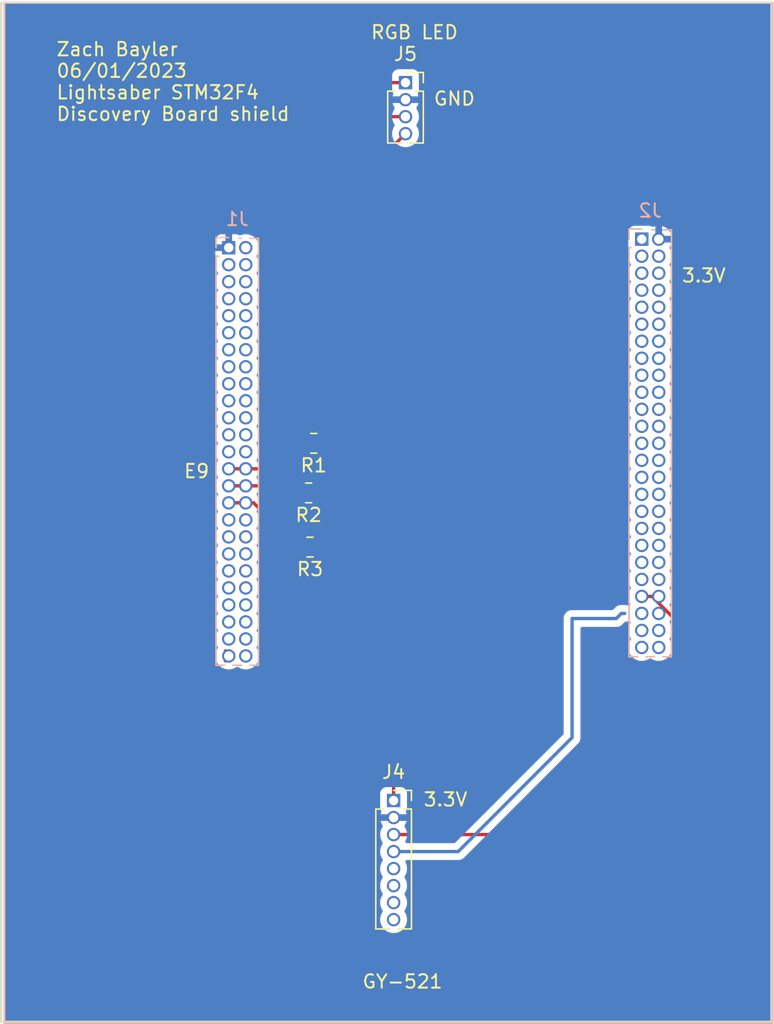
<source format=kicad_pcb>
(kicad_pcb (version 20221018) (generator pcbnew)
  (layers (0 "F.Cu" signal) (31 "B.Cu" signal) (34 "B.Paste" user) (35 "F.Paste" user) (36 "B.SilkS" user "B.Silkscreen") (37 "F.SilkS" user "F.Silkscreen") (38 "B.Mask" user) (39 "F.Mask" user) (44 "Edge.Cuts" user))
  (net 0 "")
  (net 1 "PE9")
  (net 2 "Net-(J1-Pin_27)")
  (net 3 "PE11")
  (net 4 "Net-(J1-Pin_29)")
  (net 5 "PE13")
  (net 6 "Net-(J1-Pin_31)")
  (net 7 "GND")
  (net 52 "unconnected-(J1-Pin_49-Pad49)")
  (net 58 "3.3V")
  (net 95 "SCL3")
  (net 98 "SDA3")
  (footprint "Connector_PinSocket_1.27mm:PinSocket_1x04_P1.27mm_Vertical" (layer "F.Cu") (at 112.903 38.608)
    (fp_text reference "J5" (at 0 -2.135) (layer "F.SilkS"))
    (fp_text value "Conn_01x04")
    (fp_line (start -1.33 0.635) (end -1.33 4.505) (stroke (width 0.12)) (layer "F.SilkS"))
    (fp_line (start -1.33 0.635) (end -0.76 0.635) (stroke (width 0.12)) (layer "F.SilkS"))
    (fp_line (start -1.33 4.505) (end -0.30753 4.505) (stroke (width 0.12)) (layer "F.SilkS"))
    (fp_line (start 0 -0.76) (end 1.33 -0.76) (stroke (width 0.12)) (layer "F.SilkS"))
    (fp_line (start 0.30753 4.505) (end 1.33 4.505) (stroke (width 0.12)) (layer "F.SilkS"))
    (fp_line (start 0.76 0.635) (end 1.33 0.635) (stroke (width 0.12)) (layer "F.SilkS"))
    (fp_line (start 1.33 -0.76) (end 1.33 0) (stroke (width 0.12)) (layer "F.SilkS"))
    (fp_line (start 1.33 0.635) (end 1.33 4.505) (stroke (width 0.12)) (layer "F.SilkS"))
    (pad "1" thru_hole rect (at 0 0) (size 1 1) (drill 0.7) (layers "*.Cu" "*.Mask") (net 1 "PE9"))
    (pad "2" thru_hole oval (at 0 1.27) (size 1 1) (drill 0.7) (layers "*.Cu" "*.Mask") (net 7 "GND"))
    (pad "3" thru_hole oval (at 0 2.54) (size 1 1) (drill 0.7) (layers "*.Cu" "*.Mask") (net 3 "PE11"))
    (pad "4" thru_hole oval (at 0 3.81) (size 1 1) (drill 0.7) (layers "*.Cu" "*.Mask") (net 5 "PE13"))
  )
  (footprint "Resistor_SMD:R_0805_2012Metric" (layer "F.Cu") (at 105.664 69.235 180)
    (fp_text reference "R2" (at 0 -1.65) (layer "F.SilkS"))
    (fp_text value "51 Ohms")
    (fp_line (start -0.227064 -0.735) (end 0.227064 -0.735) (stroke (width 0.12)) (layer "F.SilkS"))
    (fp_line (start -0.227064 0.735) (end 0.227064 0.735) (stroke (width 0.12)) (layer "F.SilkS"))
    (pad "1" smd roundrect (at -0.9125 0 180) (size 1.025 1.4) (layers "F.Cu" "F.Paste" "F.Mask") (roundrect_rratio 0.243902439) (net 3 "PE11"))
    (pad "2" smd roundrect (at 0.9125 0 180) (size 1.025 1.4) (layers "F.Cu" "F.Paste" "F.Mask") (roundrect_rratio 0.243902439) (net 4 "Net-(J1-Pin_29)"))
  )
  (footprint "Resistor_SMD:R_0805_2012Metric" (layer "F.Cu") (at 106.045 65.532 180)
    (fp_text reference "R1" (at 0 -1.65) (layer "F.SilkS"))
    (fp_text value "51 Ohms")
    (fp_line (start -0.227064 -0.735) (end 0.227064 -0.735) (stroke (width 0.12)) (layer "F.SilkS"))
    (fp_line (start -0.227064 0.735) (end 0.227064 0.735) (stroke (width 0.12)) (layer "F.SilkS"))
    (pad "1" smd roundrect (at -0.9125 0 180) (size 1.025 1.4) (layers "F.Cu" "F.Paste" "F.Mask") (roundrect_rratio 0.243902439) (net 1 "PE9"))
    (pad "2" smd roundrect (at 0.9125 0 180) (size 1.025 1.4) (layers "F.Cu" "F.Paste" "F.Mask") (roundrect_rratio 0.243902439) (net 2 "Net-(J1-Pin_27)"))
  )
  (footprint "Resistor_SMD:R_0805_2012Metric" (layer "F.Cu") (at 105.7675 73.279 180)
    (fp_text reference "R3" (at 0 -1.65) (layer "F.SilkS"))
    (fp_text value "51 Ohms")
    (fp_line (start -0.227064 -0.735) (end 0.227064 -0.735) (stroke (width 0.12)) (layer "F.SilkS"))
    (fp_line (start -0.227064 0.735) (end 0.227064 0.735) (stroke (width 0.12)) (layer "F.SilkS"))
    (pad "1" smd roundrect (at -0.9125 0 180) (size 1.025 1.4) (layers "F.Cu" "F.Paste" "F.Mask") (roundrect_rratio 0.243902439) (net 5 "PE13"))
    (pad "2" smd roundrect (at 0.9125 0 180) (size 1.025 1.4) (layers "F.Cu" "F.Paste" "F.Mask") (roundrect_rratio 0.243902439) (net 6 "Net-(J1-Pin_31)"))
  )
  (footprint "Connector_PinSocket_1.27mm:PinSocket_1x08_P1.27mm_Vertical" (layer "F.Cu") (at 112.014 92.202)
    (fp_text reference "J4" (at 0 -2.135) (layer "F.SilkS"))
    (fp_text value "Conn_01x08")
    (fp_line (start -1.33 0.635) (end -1.33 9.585) (stroke (width 0.12)) (layer "F.SilkS"))
    (fp_line (start -1.33 0.635) (end -0.76 0.635) (stroke (width 0.12)) (layer "F.SilkS"))
    (fp_line (start -1.33 9.585) (end -0.30753 9.585) (stroke (width 0.12)) (layer "F.SilkS"))
    (fp_line (start 0 -0.76) (end 1.33 -0.76) (stroke (width 0.12)) (layer "F.SilkS"))
    (fp_line (start 0.30753 9.585) (end 1.33 9.585) (stroke (width 0.12)) (layer "F.SilkS"))
    (fp_line (start 0.76 0.635) (end 1.33 0.635) (stroke (width 0.12)) (layer "F.SilkS"))
    (fp_line (start 1.33 -0.76) (end 1.33 0) (stroke (width 0.12)) (layer "F.SilkS"))
    (fp_line (start 1.33 0.635) (end 1.33 9.585) (stroke (width 0.12)) (layer "F.SilkS"))
    (pad "1" thru_hole rect (at 0 0) (size 1 1) (drill 0.7) (layers "*.Cu" "*.Mask") (net 58 "3.3V"))
    (pad "2" thru_hole oval (at 0 1.27) (size 1 1) (drill 0.7) (layers "*.Cu" "*.Mask") (net 7 "GND"))
    (pad "3" thru_hole oval (at 0 2.54) (size 1 1) (drill 0.7) (layers "*.Cu" "*.Mask") (net 95 "SCL3"))
    (pad "4" thru_hole oval (at 0 3.81) (size 1 1) (drill 0.7) (layers "*.Cu" "*.Mask") (net 98 "SDA3"))
    (pad "5" thru_hole oval (at 0 5.08) (size 1 1) (drill 0.7) (layers "*.Cu" "*.Mask"))
    (pad "6" thru_hole oval (at 0 6.35) (size 1 1) (drill 0.7) (layers "*.Cu" "*.Mask"))
    (pad "7" thru_hole oval (at 0 7.62) (size 1 1) (drill 0.7) (layers "*.Cu" "*.Mask"))
    (pad "8" thru_hole oval (at 0 8.89) (size 1 1) (drill 0.7) (layers "*.Cu" "*.Mask"))
  )
  (footprint "Connector_PinSocket_1.27mm:PinSocket_2x25_P1.27mm_Vertical" (layer "B.Cu") (at 99.695 50.927 180)
    (fp_text reference "J1" (at -0.635 2.135) (layer "B.SilkS") (effects (justify mirror)))
    (fp_text value "Conn_02x25_Odd_Even")
    (fp_line (start -2.22 -31.175) (end -1.57753 -31.175) (stroke (width 0.12)) (layer "B.SilkS"))
    (fp_line (start -2.22 0.695) (end -2.22 -31.175) (stroke (width 0.12)) (layer "B.SilkS"))
    (fp_line (start -2.22 0.695) (end -1.57753 0.695) (stroke (width 0.12)) (layer "B.SilkS"))
    (fp_line (start -0.96247 -31.175) (end -0.30753 -31.175) (stroke (width 0.12)) (layer "B.SilkS"))
    (fp_line (start -0.96247 0.695) (end -0.76 0.695) (stroke (width 0.12)) (layer "B.SilkS"))
    (fp_line (start 0 0.76) (end 0.95 0.76) (stroke (width 0.12)) (layer "B.SilkS"))
    (fp_line (start 0.30753 -31.175) (end 0.95 -31.175) (stroke (width 0.12)) (layer "B.SilkS"))
    (fp_line (start 0.76 -0.635) (end 0.95 -0.635) (stroke (width 0.12)) (layer "B.SilkS"))
    (fp_line (start 0.95 -0.635) (end 0.95 -31.175) (stroke (width 0.12)) (layer "B.SilkS"))
    (fp_line (start 0.95 0.76) (end 0.95 0) (stroke (width 0.12)) (layer "B.SilkS"))
    (pad "1" thru_hole rect (at 0 0 180) (size 1 1) (drill 0.7) (layers "*.Cu" "*.Mask") (net 7 "GND"))
    (pad "2" thru_hole oval (at -1.27 0 180) (size 1 1) (drill 0.7) (layers "*.Cu" "*.Mask"))
    (pad "3" thru_hole oval (at 0 -1.27 180) (size 1 1) (drill 0.7) (layers "*.Cu" "*.Mask"))
    (pad "4" thru_hole oval (at -1.27 -1.27 180) (size 1 1) (drill 0.7) (layers "*.Cu" "*.Mask"))
    (pad "5" thru_hole oval (at 0 -2.54 180) (size 1 1) (drill 0.7) (layers "*.Cu" "*.Mask"))
    (pad "6" thru_hole oval (at -1.27 -2.54 180) (size 1 1) (drill 0.7) (layers "*.Cu" "*.Mask"))
    (pad "7" thru_hole oval (at 0 -3.81 180) (size 1 1) (drill 0.7) (layers "*.Cu" "*.Mask"))
    (pad "8" thru_hole oval (at -1.27 -3.81 180) (size 1 1) (drill 0.7) (layers "*.Cu" "*.Mask"))
    (pad "9" thru_hole oval (at 0 -5.08 180) (size 1 1) (drill 0.7) (layers "*.Cu" "*.Mask"))
    (pad "10" thru_hole oval (at -1.27 -5.08 180) (size 1 1) (drill 0.7) (layers "*.Cu" "*.Mask"))
    (pad "11" thru_hole oval (at 0 -6.35 180) (size 1 1) (drill 0.7) (layers "*.Cu" "*.Mask"))
    (pad "12" thru_hole oval (at -1.27 -6.35 180) (size 1 1) (drill 0.7) (layers "*.Cu" "*.Mask"))
    (pad "13" thru_hole oval (at 0 -7.62 180) (size 1 1) (drill 0.7) (layers "*.Cu" "*.Mask"))
    (pad "14" thru_hole oval (at -1.27 -7.62 180) (size 1 1) (drill 0.7) (layers "*.Cu" "*.Mask"))
    (pad "15" thru_hole oval (at 0 -8.89 180) (size 1 1) (drill 0.7) (layers "*.Cu" "*.Mask"))
    (pad "16" thru_hole oval (at -1.27 -8.89 180) (size 1 1) (drill 0.7) (layers "*.Cu" "*.Mask"))
    (pad "17" thru_hole oval (at 0 -10.16 180) (size 1 1) (drill 0.7) (layers "*.Cu" "*.Mask"))
    (pad "18" thru_hole oval (at -1.27 -10.16 180) (size 1 1) (drill 0.7) (layers "*.Cu" "*.Mask"))
    (pad "19" thru_hole oval (at 0 -11.43 180) (size 1 1) (drill 0.7) (layers "*.Cu" "*.Mask"))
    (pad "20" thru_hole oval (at -1.27 -11.43 180) (size 1 1) (drill 0.7) (layers "*.Cu" "*.Mask"))
    (pad "21" thru_hole oval (at 0 -12.7 180) (size 1 1) (drill 0.7) (layers "*.Cu" "*.Mask"))
    (pad "22" thru_hole oval (at -1.27 -12.7 180) (size 1 1) (drill 0.7) (layers "*.Cu" "*.Mask"))
    (pad "23" thru_hole oval (at 0 -13.97 180) (size 1 1) (drill 0.7) (layers "*.Cu" "*.Mask"))
    (pad "24" thru_hole oval (at -1.27 -13.97 180) (size 1 1) (drill 0.7) (layers "*.Cu" "*.Mask"))
    (pad "25" thru_hole oval (at 0 -15.24 180) (size 1 1) (drill 0.7) (layers "*.Cu" "*.Mask"))
    (pad "26" thru_hole oval (at -1.27 -15.24 180) (size 1 1) (drill 0.7) (layers "*.Cu" "*.Mask"))
    (pad "27" thru_hole oval (at 0 -16.51 180) (size 1 1) (drill 0.7) (layers "*.Cu" "*.Mask") (net 2 "Net-(J1-Pin_27)"))
    (pad "28" thru_hole oval (at -1.27 -16.51 180) (size 1 1) (drill 0.7) (layers "*.Cu" "*.Mask"))
    (pad "29" thru_hole oval (at 0 -17.78 180) (size 1 1) (drill 0.7) (layers "*.Cu" "*.Mask") (net 4 "Net-(J1-Pin_29)"))
    (pad "30" thru_hole oval (at -1.27 -17.78 180) (size 1 1) (drill 0.7) (layers "*.Cu" "*.Mask"))
    (pad "31" thru_hole oval (at 0 -19.05 180) (size 1 1) (drill 0.7) (layers "*.Cu" "*.Mask") (net 6 "Net-(J1-Pin_31)"))
    (pad "32" thru_hole oval (at -1.27 -19.05 180) (size 1 1) (drill 0.7) (layers "*.Cu" "*.Mask"))
    (pad "33" thru_hole oval (at 0 -20.32 180) (size 1 1) (drill 0.7) (layers "*.Cu" "*.Mask"))
    (pad "34" thru_hole oval (at -1.27 -20.32 180) (size 1 1) (drill 0.7) (layers "*.Cu" "*.Mask"))
    (pad "35" thru_hole oval (at 0 -21.59 180) (size 1 1) (drill 0.7) (layers "*.Cu" "*.Mask"))
    (pad "36" thru_hole oval (at -1.27 -21.59 180) (size 1 1) (drill 0.7) (layers "*.Cu" "*.Mask"))
    (pad "37" thru_hole oval (at 0 -22.86 180) (size 1 1) (drill 0.7) (layers "*.Cu" "*.Mask"))
    (pad "38" thru_hole oval (at -1.27 -22.86 180) (size 1 1) (drill 0.7) (layers "*.Cu" "*.Mask"))
    (pad "39" thru_hole oval (at 0 -24.13 180) (size 1 1) (drill 0.7) (layers "*.Cu" "*.Mask"))
    (pad "40" thru_hole oval (at -1.27 -24.13 180) (size 1 1) (drill 0.7) (layers "*.Cu" "*.Mask"))
    (pad "41" thru_hole oval (at 0 -25.4 180) (size 1 1) (drill 0.7) (layers "*.Cu" "*.Mask"))
    (pad "42" thru_hole oval (at -1.27 -25.4 180) (size 1 1) (drill 0.7) (layers "*.Cu" "*.Mask"))
    (pad "43" thru_hole oval (at 0 -26.67 180) (size 1 1) (drill 0.7) (layers "*.Cu" "*.Mask"))
    (pad "44" thru_hole oval (at -1.27 -26.67 180) (size 1 1) (drill 0.7) (layers "*.Cu" "*.Mask"))
    (pad "45" thru_hole oval (at 0 -27.94 180) (size 1 1) (drill 0.7) (layers "*.Cu" "*.Mask"))
    (pad "46" thru_hole oval (at -1.27 -27.94 180) (size 1 1) (drill 0.7) (layers "*.Cu" "*.Mask"))
    (pad "47" thru_hole oval (at 0 -29.21 180) (size 1 1) (drill 0.7) (layers "*.Cu" "*.Mask"))
    (pad "48" thru_hole oval (at -1.27 -29.21 180) (size 1 1) (drill 0.7) (layers "*.Cu" "*.Mask"))
    (pad "49" thru_hole oval (at 0 -30.48 180) (size 1 1) (drill 0.7) (layers "*.Cu" "*.Mask") (net 52 "unconnected-(J1-Pin_49-Pad49)"))
    (pad "50" thru_hole oval (at -1.27 -30.48 180) (size 1 1) (drill 0.7) (layers "*.Cu" "*.Mask"))
  )
  (footprint "Connector_PinSocket_1.27mm:PinSocket_2x25_P1.27mm_Vertical" (layer "B.Cu") (at 130.556 50.292 180)
    (fp_text reference "J2" (at -0.635 2.135) (layer "B.SilkS") (effects (justify mirror)))
    (fp_text value "Conn_02x25_Odd_Even")
    (fp_line (start -2.22 -31.175) (end -1.57753 -31.175) (stroke (width 0.12)) (layer "B.SilkS"))
    (fp_line (start -2.22 0.695) (end -2.22 -31.175) (stroke (width 0.12)) (layer "B.SilkS"))
    (fp_line (start -2.22 0.695) (end -1.57753 0.695) (stroke (width 0.12)) (layer "B.SilkS"))
    (fp_line (start -0.96247 -31.175) (end -0.30753 -31.175) (stroke (width 0.12)) (layer "B.SilkS"))
    (fp_line (start -0.96247 0.695) (end -0.76 0.695) (stroke (width 0.12)) (layer "B.SilkS"))
    (fp_line (start 0 0.76) (end 0.95 0.76) (stroke (width 0.12)) (layer "B.SilkS"))
    (fp_line (start 0.30753 -31.175) (end 0.95 -31.175) (stroke (width 0.12)) (layer "B.SilkS"))
    (fp_line (start 0.76 -0.635) (end 0.95 -0.635) (stroke (width 0.12)) (layer "B.SilkS"))
    (fp_line (start 0.95 -0.635) (end 0.95 -31.175) (stroke (width 0.12)) (layer "B.SilkS"))
    (fp_line (start 0.95 0.76) (end 0.95 0) (stroke (width 0.12)) (layer "B.SilkS"))
    (pad "1" thru_hole rect (at 0 0 180) (size 1 1) (drill 0.7) (layers "*.Cu" "*.Mask"))
    (pad "2" thru_hole oval (at -1.27 0 180) (size 1 1) (drill 0.7) (layers "*.Cu" "*.Mask") (net 7 "GND"))
    (pad "3" thru_hole oval (at 0 -1.27 180) (size 1 1) (drill 0.7) (layers "*.Cu" "*.Mask"))
    (pad "4" thru_hole oval (at -1.27 -1.27 180) (size 1 1) (drill 0.7) (layers "*.Cu" "*.Mask"))
    (pad "5" thru_hole oval (at 0 -2.54 180) (size 1 1) (drill 0.7) (layers "*.Cu" "*.Mask"))
    (pad "6" thru_hole oval (at -1.27 -2.54 180) (size 1 1) (drill 0.7) (layers "*.Cu" "*.Mask") (net 58 "3.3V"))
    (pad "7" thru_hole oval (at 0 -3.81 180) (size 1 1) (drill 0.7) (layers "*.Cu" "*.Mask"))
    (pad "8" thru_hole oval (at -1.27 -3.81 180) (size 1 1) (drill 0.7) (layers "*.Cu" "*.Mask"))
    (pad "9" thru_hole oval (at 0 -5.08 180) (size 1 1) (drill 0.7) (layers "*.Cu" "*.Mask"))
    (pad "10" thru_hole oval (at -1.27 -5.08 180) (size 1 1) (drill 0.7) (layers "*.Cu" "*.Mask"))
    (pad "11" thru_hole oval (at 0 -6.35 180) (size 1 1) (drill 0.7) (layers "*.Cu" "*.Mask"))
    (pad "12" thru_hole oval (at -1.27 -6.35 180) (size 1 1) (drill 0.7) (layers "*.Cu" "*.Mask"))
    (pad "13" thru_hole oval (at 0 -7.62 180) (size 1 1) (drill 0.7) (layers "*.Cu" "*.Mask"))
    (pad "14" thru_hole oval (at -1.27 -7.62 180) (size 1 1) (drill 0.7) (layers "*.Cu" "*.Mask"))
    (pad "15" thru_hole oval (at 0 -8.89 180) (size 1 1) (drill 0.7) (layers "*.Cu" "*.Mask"))
    (pad "16" thru_hole oval (at -1.27 -8.89 180) (size 1 1) (drill 0.7) (layers "*.Cu" "*.Mask"))
    (pad "17" thru_hole oval (at 0 -10.16 180) (size 1 1) (drill 0.7) (layers "*.Cu" "*.Mask"))
    (pad "18" thru_hole oval (at -1.27 -10.16 180) (size 1 1) (drill 0.7) (layers "*.Cu" "*.Mask"))
    (pad "19" thru_hole oval (at 0 -11.43 180) (size 1 1) (drill 0.7) (layers "*.Cu" "*.Mask"))
    (pad "20" thru_hole oval (at -1.27 -11.43 180) (size 1 1) (drill 0.7) (layers "*.Cu" "*.Mask"))
    (pad "21" thru_hole oval (at 0 -12.7 180) (size 1 1) (drill 0.7) (layers "*.Cu" "*.Mask"))
    (pad "22" thru_hole oval (at -1.27 -12.7 180) (size 1 1) (drill 0.7) (layers "*.Cu" "*.Mask"))
    (pad "23" thru_hole oval (at 0 -13.97 180) (size 1 1) (drill 0.7) (layers "*.Cu" "*.Mask"))
    (pad "24" thru_hole oval (at -1.27 -13.97 180) (size 1 1) (drill 0.7) (layers "*.Cu" "*.Mask"))
    (pad "25" thru_hole oval (at 0 -15.24 180) (size 1 1) (drill 0.7) (layers "*.Cu" "*.Mask"))
    (pad "26" thru_hole oval (at -1.27 -15.24 180) (size 1 1) (drill 0.7) (layers "*.Cu" "*.Mask"))
    (pad "27" thru_hole oval (at 0 -16.51 180) (size 1 1) (drill 0.7) (layers "*.Cu" "*.Mask"))
    (pad "28" thru_hole oval (at -1.27 -16.51 180) (size 1 1) (drill 0.7) (layers "*.Cu" "*.Mask"))
    (pad "29" thru_hole oval (at 0 -17.78 180) (size 1 1) (drill 0.7) (layers "*.Cu" "*.Mask"))
    (pad "30" thru_hole oval (at -1.27 -17.78 180) (size 1 1) (drill 0.7) (layers "*.Cu" "*.Mask"))
    (pad "31" thru_hole oval (at 0 -19.05 180) (size 1 1) (drill 0.7) (layers "*.Cu" "*.Mask"))
    (pad "32" thru_hole oval (at -1.27 -19.05 180) (size 1 1) (drill 0.7) (layers "*.Cu" "*.Mask"))
    (pad "33" thru_hole oval (at 0 -20.32 180) (size 1 1) (drill 0.7) (layers "*.Cu" "*.Mask"))
    (pad "34" thru_hole oval (at -1.27 -20.32 180) (size 1 1) (drill 0.7) (layers "*.Cu" "*.Mask"))
    (pad "35" thru_hole oval (at 0 -21.59 180) (size 1 1) (drill 0.7) (layers "*.Cu" "*.Mask"))
    (pad "36" thru_hole oval (at -1.27 -21.59 180) (size 1 1) (drill 0.7) (layers "*.Cu" "*.Mask"))
    (pad "37" thru_hole oval (at 0 -22.86 180) (size 1 1) (drill 0.7) (layers "*.Cu" "*.Mask"))
    (pad "38" thru_hole oval (at -1.27 -22.86 180) (size 1 1) (drill 0.7) (layers "*.Cu" "*.Mask"))
    (pad "39" thru_hole oval (at 0 -24.13 180) (size 1 1) (drill 0.7) (layers "*.Cu" "*.Mask"))
    (pad "40" thru_hole oval (at -1.27 -24.13 180) (size 1 1) (drill 0.7) (layers "*.Cu" "*.Mask"))
    (pad "41" thru_hole oval (at 0 -25.4 180) (size 1 1) (drill 0.7) (layers "*.Cu" "*.Mask"))
    (pad "42" thru_hole oval (at -1.27 -25.4 180) (size 1 1) (drill 0.7) (layers "*.Cu" "*.Mask"))
    (pad "43" thru_hole oval (at 0 -26.67 180) (size 1 1) (drill 0.7) (layers "*.Cu" "*.Mask") (net 95 "SCL3"))
    (pad "44" thru_hole oval (at -1.27 -26.67 180) (size 1 1) (drill 0.7) (layers "*.Cu" "*.Mask"))
    (pad "45" thru_hole oval (at 0 -27.94 180) (size 1 1) (drill 0.7) (layers "*.Cu" "*.Mask"))
    (pad "46" thru_hole oval (at -1.27 -27.94 180) (size 1 1) (drill 0.7) (layers "*.Cu" "*.Mask") (net 98 "SDA3"))
    (pad "47" thru_hole oval (at 0 -29.21 180) (size 1 1) (drill 0.7) (layers "*.Cu" "*.Mask"))
    (pad "48" thru_hole oval (at -1.27 -29.21 180) (size 1 1) (drill 0.7) (layers "*.Cu" "*.Mask"))
    (pad "49" thru_hole oval (at 0 -30.48 180) (size 1 1) (drill 0.7) (layers "*.Cu" "*.Mask"))
    (pad "50" thru_hole oval (at -1.27 -30.48 180) (size 1 1) (drill 0.7) (layers "*.Cu" "*.Mask"))
  )
  (gr_rect (start 82.931 32.639) (end 140.335 108.839) (stroke (width 0.15)) (fill none) (layer "B.SilkS"))
  (gr_rect (start 82.677 32.639) (end 140.335 108.712) (stroke (width 0.15)) (fill none) (layer "F.SilkS"))
  (gr_rect (start 82.677 32.639) (end 140.208 108.712) (stroke (width 0.1)) (fill none) (layer "Edge.Cuts"))
  (gr_text "E9" (at 96.266 68.199) (layer "F.SilkS") (effects (font (size 1 1)) (justify left bottom)))
  (gr_text "GY-521" (at 109.601 106.299) (layer "F.SilkS") (effects (font (size 1 1)) (justify left bottom)))
  (gr_text "3.3V" (at 114.173 92.71) (layer "F.SilkS") (effects (font (size 1 1)) (justify left bottom)))
  (gr_text "GND" (at 114.935 40.386) (layer "F.SilkS") (effects (font (size 1 1)) (justify left bottom)))
  (gr_text "Zach Bayler\n06/01/2023\nLightsaber STM32F4\nDiscovery Board shield" (at 86.741 41.529) (layer "F.SilkS") (effects (font (size 1 1)) (justify left bottom)))
  (gr_text "3.3V" (at 133.477 53.594) (layer "F.SilkS") (effects (font (size 1 1)) (justify left bottom)))
  (gr_text "RGB LED" (at 110.236 35.433) (layer "F.SilkS") (effects (font (size 1 1)) (justify left bottom)))
  (segment (start 110.363 38.608) (end 112.903 38.608) (width 0.25) (layer "F.Cu") (net 1))
  (segment (start 106.9575 65.532) (end 106.9575 42.0135) (width 0.25) (layer "F.Cu") (net 1))
  (segment (start 106.9575 42.0135) (end 110.363 38.608) (width 0.25) (layer "F.Cu") (net 1))
  (segment (start 103.2275 67.437) (end 99.695 67.437) (width 0.25) (layer "F.Cu") (net 2))
  (segment (start 105.1325 65.532) (end 103.2275 67.437) (width 0.25) (layer "F.Cu") (net 2))
  (segment (start 110.617 41.148) (end 112.903 41.148) (width 0.25) (layer "F.Cu") (net 3))
  (segment (start 108.458 43.307) (end 110.617 41.148) (width 0.25) (layer "F.Cu") (net 3))
  (segment (start 106.5765 69.235) (end 108.458 67.3535) (width 0.25) (layer "F.Cu") (net 3))
  (segment (start 108.458 67.3535) (end 108.458 43.307) (width 0.25) (layer "F.Cu") (net 3))
  (segment (start 104.2235 68.707) (end 99.695 68.707) (width 0.25) (layer "F.Cu") (net 4))
  (segment (start 104.7515 69.235) (end 104.2235 68.707) (width 0.25) (layer "F.Cu") (net 4))
  (segment (start 109.855 45.466) (end 112.903 42.418) (width 0.25) (layer "F.Cu") (net 5))
  (segment (start 106.68 73.279) (end 109.855 70.104) (width 0.25) (layer "F.Cu") (net 5))
  (segment (start 109.855 70.104) (end 109.855 45.466) (width 0.25) (layer "F.Cu") (net 5))
  (segment (start 104.855 73.279) (end 101.553 69.977) (width 0.25) (layer "F.Cu") (net 6))
  (segment (start 101.553 69.977) (end 99.695 69.977) (width 0.25) (layer "F.Cu") (net 6))
  (segment (start 94.234 82.042) (end 94.234 50.292) (width 0.25) (layer "F.Cu") (net 7))
  (segment (start 94.234 50.292) (end 96.266 48.26) (width 0.25) (layer "F.Cu") (net 7))
  (segment (start 105.664 93.472) (end 94.234 82.042) (width 0.25) (layer "F.Cu") (net 7))
  (segment (start 112.014 93.472) (end 105.664 93.472) (width 0.25) (layer "F.Cu") (net 7))
  (segment (start 99.441 47.625) (end 99.695 47.879) (width 0.25) (layer "F.Cu") (net 7))
  (segment (start 96.266 47.625) (end 99.441 47.625) (width 0.25) (layer "F.Cu") (net 7))
  (segment (start 99.695 47.879) (end 99.695 50.927) (width 0.25) (layer "F.Cu") (net 7))
  (segment (start 112.903 39.878) (end 118.872 39.878) (width 0.25) (layer "F.Cu") (net 7))
  (segment (start 96.266 48.26) (end 96.266 47.625) (width 0.25) (layer "F.Cu") (net 7))
  (segment (start 118.872 39.878) (end 129.286 50.292) (width 0.25) (layer "F.Cu") (net 7))
  (segment (start 99.441 81.776) (end 99.441 81.026) (width 0.25) (layer "F.Cu") (net 52))
  (segment (start 119.38 52.832) (end 129.286 52.832) (width 0.25) (layer "F.Cu") (net 58))
  (segment (start 112.014 92.202) (end 112.014 60.198) (width 0.25) (layer "F.Cu") (net 58))
  (segment (start 112.014 60.198) (end 119.38 52.832) (width 0.25) (layer "F.Cu") (net 58))
  (segment (start 133.096 78.74) (end 131.318 76.962) (width 0.25) (layer "F.Cu") (net 95))
  (segment (start 133.096 84.455) (end 133.096 78.74) (width 0.25) (layer "F.Cu") (net 95))
  (segment (start 131.318 76.962) (end 130.556 76.962) (width 0.25) (layer "F.Cu") (net 95))
  (segment (start 112.014 94.742) (end 122.809 94.742) (width 0.25) (layer "F.Cu") (net 95))
  (segment (start 122.809 94.742) (end 133.096 84.455) (width 0.25) (layer "F.Cu") (net 95))
  (segment (start 125.349 78.613) (end 128.651 78.613) (width 0.25) (layer "B.Cu") (net 98))
  (segment (start 128.651 78.613) (end 129.032 78.232) (width 0.25) (layer "B.Cu") (net 98))
  (segment (start 129.032 78.232) (end 129.286 78.232) (width 0.25) (layer "B.Cu") (net 98))
  (segment (start 125.349 87.503) (end 125.349 78.613) (width 0.25) (layer "B.Cu") (net 98))
  (segment (start 116.84 96.012) (end 125.349 87.503) (width 0.25) (layer "B.Cu") (net 98))
  (segment (start 112.014 96.012) (end 116.84 96.012) (width 0.25) (layer "B.Cu") (net 98))
  (zone (net 7) (net_name "GND") (layer "B.Cu") (connect_pads (clearance 0.5)) (min_thickness 0.25) (fill yes (thermal_gap 0.5) (thermal_bridge_width 0.5))
    (polygon (pts (xy 82.931 32.639) (xy 82.931 108.839) (xy 140.462 108.712) (xy 140.335 32.639)))
  )
)
</source>
